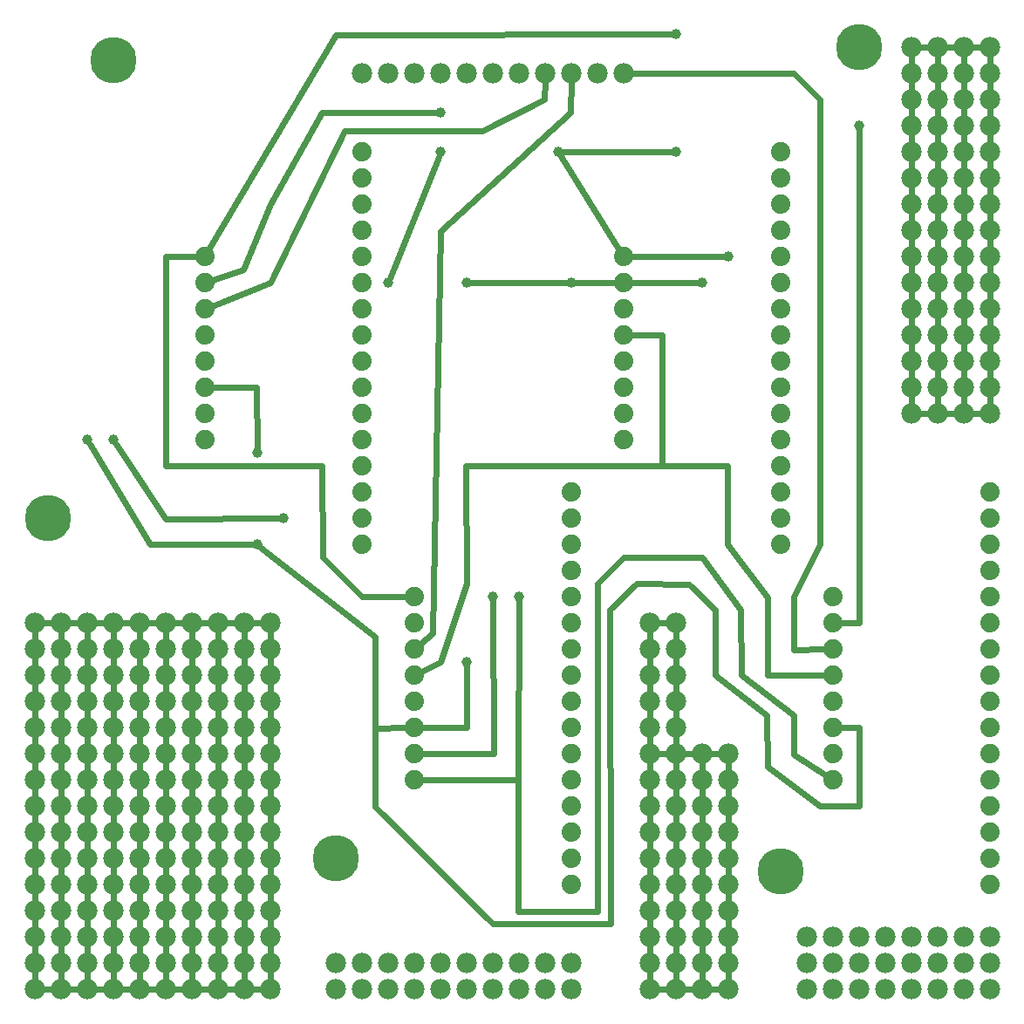
<source format=gbl>
G04 MADE WITH FRITZING*
G04 WWW.FRITZING.ORG*
G04 DOUBLE SIDED*
G04 HOLES PLATED*
G04 CONTOUR ON CENTER OF CONTOUR VECTOR*
%ASAXBY*%
%FSLAX23Y23*%
%MOIN*%
%OFA0B0*%
%SFA1.0B1.0*%
%ADD10C,0.078000*%
%ADD11C,0.074000*%
%ADD12C,0.039370*%
%ADD13C,0.177165*%
%ADD14C,0.024000*%
%LNCOPPER0*%
G90*
G70*
G54D10*
X1398Y3636D03*
X1498Y3636D03*
X1598Y3636D03*
X1698Y3636D03*
X1798Y3636D03*
X1898Y3636D03*
X1998Y3636D03*
X2098Y3636D03*
X2198Y3636D03*
X2298Y3636D03*
X2398Y3636D03*
G54D11*
X1398Y3336D03*
X1398Y3236D03*
X1398Y3136D03*
X1398Y3036D03*
X1398Y2936D03*
X1398Y2836D03*
X1398Y2736D03*
X1398Y2636D03*
X1398Y2536D03*
X1398Y2436D03*
X1398Y2336D03*
X1398Y2236D03*
X1398Y2136D03*
X1398Y2036D03*
X1398Y1936D03*
X1398Y1836D03*
X798Y2936D03*
X798Y2836D03*
X798Y2736D03*
X798Y2636D03*
X798Y2536D03*
X798Y2436D03*
X798Y2336D03*
X798Y2236D03*
X2198Y2036D03*
X2198Y1936D03*
X2198Y1836D03*
X2198Y1736D03*
X2198Y1636D03*
X2198Y1536D03*
X2198Y1436D03*
X2198Y1336D03*
X2198Y1236D03*
X2198Y1136D03*
X2198Y1036D03*
X2198Y936D03*
X2198Y836D03*
X2198Y736D03*
X2198Y636D03*
X2198Y536D03*
X1598Y1636D03*
X1598Y1536D03*
X1598Y1436D03*
X1598Y1336D03*
X1598Y1236D03*
X1598Y1136D03*
X1598Y1036D03*
X1598Y936D03*
X2998Y3336D03*
X2998Y3236D03*
X2998Y3136D03*
X2998Y3036D03*
X2998Y2936D03*
X2998Y2836D03*
X2998Y2736D03*
X2998Y2636D03*
X2998Y2536D03*
X2998Y2436D03*
X2998Y2336D03*
X2998Y2236D03*
X2998Y2136D03*
X2998Y2036D03*
X2998Y1936D03*
X2998Y1836D03*
X2398Y2936D03*
X2398Y2836D03*
X2398Y2736D03*
X2398Y2636D03*
X2398Y2536D03*
X2398Y2436D03*
X2398Y2336D03*
X2398Y2236D03*
X3798Y2036D03*
X3798Y1936D03*
X3798Y1836D03*
X3798Y1736D03*
X3798Y1636D03*
X3798Y1536D03*
X3798Y1436D03*
X3798Y1336D03*
X3798Y1236D03*
X3798Y1136D03*
X3798Y1036D03*
X3798Y936D03*
X3798Y836D03*
X3798Y736D03*
X3798Y636D03*
X3798Y536D03*
X3198Y1636D03*
X3198Y1536D03*
X3198Y1436D03*
X3198Y1336D03*
X3198Y1236D03*
X3198Y1136D03*
X3198Y1036D03*
X3198Y936D03*
G54D12*
X2198Y2836D03*
X1698Y3486D03*
X1698Y3336D03*
X1498Y2836D03*
X1798Y2836D03*
X3298Y3436D03*
X2698Y2836D03*
X2148Y3336D03*
X2598Y3786D03*
X2598Y3336D03*
X2798Y2936D03*
X1998Y1636D03*
X1098Y1936D03*
X448Y2236D03*
X1898Y1636D03*
X998Y2186D03*
X998Y1836D03*
X348Y2236D03*
X1798Y1386D03*
G54D10*
X148Y1536D03*
X148Y1436D03*
X148Y1336D03*
X148Y1236D03*
X148Y1136D03*
X148Y1036D03*
X148Y936D03*
X148Y836D03*
X148Y736D03*
X148Y636D03*
X148Y536D03*
X148Y436D03*
X148Y336D03*
X148Y236D03*
X148Y136D03*
X148Y1536D03*
X148Y1436D03*
X148Y1336D03*
X148Y1236D03*
X148Y1136D03*
X148Y1036D03*
X148Y936D03*
X148Y836D03*
X148Y736D03*
X148Y636D03*
X148Y536D03*
X148Y436D03*
X148Y336D03*
X148Y236D03*
X148Y136D03*
X248Y136D03*
X248Y236D03*
X248Y336D03*
X248Y436D03*
X248Y536D03*
X248Y636D03*
X248Y736D03*
X248Y836D03*
X248Y936D03*
X248Y1036D03*
X248Y1136D03*
X248Y1236D03*
X248Y1336D03*
X248Y1436D03*
X248Y1536D03*
X3498Y3736D03*
X3498Y3636D03*
X3498Y3536D03*
X3498Y3436D03*
X3498Y3336D03*
X3498Y3236D03*
X3498Y3136D03*
X3498Y3036D03*
X3498Y2936D03*
X3498Y2836D03*
X3498Y2736D03*
X3498Y2636D03*
X3498Y2536D03*
X3498Y2436D03*
X3498Y2336D03*
X3498Y3736D03*
X3498Y3636D03*
X3498Y3536D03*
X3498Y3436D03*
X3498Y3336D03*
X3498Y3236D03*
X3498Y3136D03*
X3498Y3036D03*
X3498Y2936D03*
X3498Y2836D03*
X3498Y2736D03*
X3498Y2636D03*
X3498Y2536D03*
X3498Y2436D03*
X3498Y2336D03*
X3598Y2336D03*
X3598Y2436D03*
X3598Y2536D03*
X3598Y2636D03*
X3598Y2736D03*
X3598Y2836D03*
X3598Y2936D03*
X3598Y3036D03*
X3598Y3136D03*
X3598Y3236D03*
X3598Y3336D03*
X3598Y3436D03*
X3598Y3536D03*
X3598Y3636D03*
X3598Y3736D03*
X3698Y3736D03*
X3698Y3636D03*
X3698Y3536D03*
X3698Y3436D03*
X3698Y3336D03*
X3698Y3236D03*
X3698Y3136D03*
X3698Y3036D03*
X3698Y2936D03*
X3698Y2836D03*
X3698Y2736D03*
X3698Y2636D03*
X3698Y2536D03*
X3698Y2436D03*
X3698Y2336D03*
X3698Y3736D03*
X3698Y3636D03*
X3698Y3536D03*
X3698Y3436D03*
X3698Y3336D03*
X3698Y3236D03*
X3698Y3136D03*
X3698Y3036D03*
X3698Y2936D03*
X3698Y2836D03*
X3698Y2736D03*
X3698Y2636D03*
X3698Y2536D03*
X3698Y2436D03*
X3698Y2336D03*
X3798Y2336D03*
X3798Y2436D03*
X3798Y2536D03*
X3798Y2636D03*
X3798Y2736D03*
X3798Y2836D03*
X3798Y2936D03*
X3798Y3036D03*
X3798Y3136D03*
X3798Y3236D03*
X3798Y3336D03*
X3798Y3436D03*
X3798Y3536D03*
X3798Y3636D03*
X3798Y3736D03*
X948Y1536D03*
X948Y1436D03*
X948Y1336D03*
X948Y1236D03*
X948Y1136D03*
X948Y1036D03*
X948Y936D03*
X948Y836D03*
X948Y736D03*
X948Y636D03*
X948Y536D03*
X948Y436D03*
X948Y336D03*
X948Y236D03*
X948Y136D03*
X948Y1536D03*
X948Y1436D03*
X948Y1336D03*
X948Y1236D03*
X948Y1136D03*
X948Y1036D03*
X948Y936D03*
X948Y836D03*
X948Y736D03*
X948Y636D03*
X948Y536D03*
X948Y436D03*
X948Y336D03*
X948Y236D03*
X948Y136D03*
X1048Y136D03*
X1048Y236D03*
X1048Y336D03*
X1048Y436D03*
X1048Y536D03*
X1048Y636D03*
X1048Y736D03*
X1048Y836D03*
X1048Y936D03*
X1048Y1036D03*
X1048Y1136D03*
X1048Y1236D03*
X1048Y1336D03*
X1048Y1436D03*
X1048Y1536D03*
X348Y1536D03*
X348Y1436D03*
X348Y1336D03*
X348Y1236D03*
X348Y1136D03*
X348Y1036D03*
X348Y936D03*
X348Y836D03*
X348Y736D03*
X348Y636D03*
X348Y536D03*
X348Y436D03*
X348Y336D03*
X348Y236D03*
X348Y136D03*
X348Y1536D03*
X348Y1436D03*
X348Y1336D03*
X348Y1236D03*
X348Y1136D03*
X348Y1036D03*
X348Y936D03*
X348Y836D03*
X348Y736D03*
X348Y636D03*
X348Y536D03*
X348Y436D03*
X348Y336D03*
X348Y236D03*
X348Y136D03*
X448Y136D03*
X448Y236D03*
X448Y336D03*
X448Y436D03*
X448Y536D03*
X448Y636D03*
X448Y736D03*
X448Y836D03*
X448Y936D03*
X448Y1036D03*
X448Y1136D03*
X448Y1236D03*
X448Y1336D03*
X448Y1436D03*
X448Y1536D03*
X748Y1536D03*
X748Y1436D03*
X748Y1336D03*
X748Y1236D03*
X748Y1136D03*
X748Y1036D03*
X748Y936D03*
X748Y836D03*
X748Y736D03*
X748Y636D03*
X748Y536D03*
X748Y436D03*
X748Y336D03*
X748Y236D03*
X748Y136D03*
X748Y1536D03*
X748Y1436D03*
X748Y1336D03*
X748Y1236D03*
X748Y1136D03*
X748Y1036D03*
X748Y936D03*
X748Y836D03*
X748Y736D03*
X748Y636D03*
X748Y536D03*
X748Y436D03*
X748Y336D03*
X748Y236D03*
X748Y136D03*
X848Y136D03*
X848Y236D03*
X848Y336D03*
X848Y436D03*
X848Y536D03*
X848Y636D03*
X848Y736D03*
X848Y836D03*
X848Y936D03*
X848Y1036D03*
X848Y1136D03*
X848Y1236D03*
X848Y1336D03*
X848Y1436D03*
X848Y1536D03*
X548Y1536D03*
X548Y1436D03*
X548Y1336D03*
X548Y1236D03*
X548Y1136D03*
X548Y1036D03*
X548Y936D03*
X548Y836D03*
X548Y736D03*
X548Y636D03*
X548Y536D03*
X548Y436D03*
X548Y336D03*
X548Y236D03*
X548Y136D03*
X548Y1536D03*
X548Y1436D03*
X548Y1336D03*
X548Y1236D03*
X548Y1136D03*
X548Y1036D03*
X548Y936D03*
X548Y836D03*
X548Y736D03*
X548Y636D03*
X548Y536D03*
X548Y436D03*
X548Y336D03*
X548Y236D03*
X548Y136D03*
X648Y136D03*
X648Y236D03*
X648Y336D03*
X648Y436D03*
X648Y536D03*
X648Y636D03*
X648Y736D03*
X648Y836D03*
X648Y936D03*
X648Y1036D03*
X648Y1136D03*
X648Y1236D03*
X648Y1336D03*
X648Y1436D03*
X648Y1536D03*
G54D13*
X1298Y636D03*
X448Y3686D03*
X3298Y3736D03*
X2998Y586D03*
X198Y1936D03*
G54D10*
X2498Y1536D03*
X2498Y1436D03*
X2498Y1336D03*
X2498Y1236D03*
X2498Y1136D03*
X2498Y1036D03*
X2498Y936D03*
X2498Y836D03*
X2498Y736D03*
X2498Y636D03*
X2498Y536D03*
X2498Y436D03*
X2498Y336D03*
X2498Y236D03*
X2498Y136D03*
X2498Y1536D03*
X2498Y1436D03*
X2498Y1336D03*
X2498Y1236D03*
X2498Y1136D03*
X2498Y1036D03*
X2498Y936D03*
X2498Y836D03*
X2498Y736D03*
X2498Y636D03*
X2498Y536D03*
X2498Y436D03*
X2498Y336D03*
X2498Y236D03*
X2498Y136D03*
X2598Y136D03*
X2598Y236D03*
X2598Y336D03*
X2598Y436D03*
X2598Y536D03*
X2598Y636D03*
X2598Y736D03*
X2598Y836D03*
X2598Y936D03*
X2598Y1036D03*
X2598Y1136D03*
X2598Y1236D03*
X2598Y1336D03*
X2598Y1436D03*
X2598Y1536D03*
X2698Y1036D03*
X2698Y936D03*
X2698Y836D03*
X2698Y736D03*
X2698Y636D03*
X2698Y536D03*
X2698Y436D03*
X2698Y336D03*
X2698Y236D03*
X2698Y136D03*
X2698Y1036D03*
X2698Y936D03*
X2698Y836D03*
X2698Y736D03*
X2698Y636D03*
X2698Y536D03*
X2698Y436D03*
X2698Y336D03*
X2698Y236D03*
X2698Y136D03*
X2798Y136D03*
X2798Y236D03*
X2798Y336D03*
X2798Y436D03*
X2798Y536D03*
X2798Y636D03*
X2798Y736D03*
X2798Y836D03*
X2798Y936D03*
X2798Y1036D03*
X1298Y136D03*
X1398Y136D03*
X1498Y136D03*
X1598Y136D03*
X1698Y136D03*
X1798Y136D03*
X1898Y136D03*
X1998Y136D03*
X2098Y136D03*
X2198Y136D03*
X1298Y136D03*
X1398Y136D03*
X1498Y136D03*
X1598Y136D03*
X1698Y136D03*
X1798Y136D03*
X1898Y136D03*
X1998Y136D03*
X2098Y136D03*
X2198Y136D03*
X2198Y236D03*
X2098Y236D03*
X1998Y236D03*
X1898Y236D03*
X1798Y236D03*
X1698Y236D03*
X1598Y236D03*
X1498Y236D03*
X1398Y236D03*
X1298Y236D03*
X3098Y236D03*
X3198Y236D03*
X3298Y236D03*
X3398Y236D03*
X3498Y236D03*
X3598Y236D03*
X3698Y236D03*
X3798Y236D03*
X3098Y236D03*
X3198Y236D03*
X3298Y236D03*
X3398Y236D03*
X3498Y236D03*
X3598Y236D03*
X3698Y236D03*
X3798Y236D03*
X3798Y136D03*
X3698Y136D03*
X3598Y136D03*
X3498Y136D03*
X3398Y136D03*
X3298Y136D03*
X3198Y136D03*
X3098Y136D03*
X3098Y236D03*
X3198Y236D03*
X3298Y236D03*
X3398Y236D03*
X3498Y236D03*
X3598Y236D03*
X3698Y236D03*
X3798Y236D03*
X3098Y236D03*
X3198Y236D03*
X3298Y236D03*
X3398Y236D03*
X3498Y236D03*
X3598Y236D03*
X3698Y236D03*
X3798Y236D03*
X3798Y136D03*
X3698Y136D03*
X3598Y136D03*
X3498Y136D03*
X3398Y136D03*
X3298Y136D03*
X3198Y136D03*
X3098Y136D03*
X3098Y336D03*
X3198Y336D03*
X3298Y336D03*
X3398Y336D03*
X3498Y336D03*
X3598Y336D03*
X3698Y336D03*
X3798Y336D03*
X3098Y336D03*
X3198Y336D03*
X3298Y336D03*
X3398Y336D03*
X3498Y336D03*
X3598Y336D03*
X3698Y336D03*
X3798Y336D03*
G54D14*
X2198Y3606D02*
X2196Y3487D01*
D02*
X2196Y3487D02*
X1698Y3035D01*
D02*
X1698Y3035D02*
X1668Y1497D01*
X1668Y1497D02*
X1622Y1457D01*
D02*
X2097Y3536D02*
X1860Y3417D01*
D02*
X2098Y3606D02*
X2097Y3536D01*
D02*
X1860Y3417D02*
X1332Y3417D01*
X1332Y3417D02*
X1048Y2836D01*
D02*
X1048Y2836D02*
X827Y2748D01*
D02*
X2428Y3636D02*
X3049Y3637D01*
D02*
X3049Y3637D02*
X3149Y3537D01*
D02*
X3149Y3537D02*
X3148Y1837D01*
D02*
X3050Y1638D02*
X3050Y1434D01*
D02*
X3148Y1837D02*
X3050Y1638D01*
D02*
X3050Y1434D02*
X3167Y1436D01*
D02*
X3167Y1336D02*
X2949Y1337D01*
D02*
X2950Y1635D02*
X2797Y1837D01*
D02*
X2797Y1837D02*
X2797Y2138D01*
D02*
X2949Y1337D02*
X2950Y1635D01*
D02*
X2797Y2138D02*
X2547Y2137D01*
D02*
X2547Y2137D02*
X2547Y2637D01*
D02*
X2547Y2637D02*
X2429Y2636D01*
D02*
X1799Y1686D02*
X1797Y2137D01*
D02*
X1626Y1350D02*
X1699Y1386D01*
D02*
X1699Y1386D02*
X1799Y1686D01*
D02*
X1797Y2137D02*
X2298Y2136D01*
D02*
X2298Y2136D02*
X2547Y2137D01*
D02*
X2217Y2836D02*
X2367Y2836D01*
D02*
X828Y2846D02*
X947Y2886D01*
D02*
X947Y2886D02*
X1048Y3136D01*
D02*
X1048Y3136D02*
X1247Y3487D01*
D02*
X1247Y3487D02*
X1679Y3486D01*
D02*
X1691Y3318D02*
X1505Y2854D01*
D02*
X1817Y2836D02*
X2179Y2836D01*
D02*
X3229Y1536D02*
X3300Y1536D01*
D02*
X3300Y1536D02*
X3298Y3417D01*
D02*
X2679Y2836D02*
X2429Y2836D01*
D02*
X2382Y2962D02*
X2158Y3320D01*
D02*
X814Y2963D02*
X1298Y3784D01*
D02*
X1298Y3784D02*
X2579Y3786D01*
D02*
X2579Y3336D02*
X2167Y3336D01*
D02*
X1398Y1636D02*
X1248Y1786D01*
D02*
X1567Y1636D02*
X1398Y1636D01*
D02*
X1248Y1786D02*
X1247Y2137D01*
D02*
X1247Y2137D02*
X650Y2137D01*
D02*
X650Y2137D02*
X650Y2937D01*
D02*
X650Y2937D02*
X767Y2936D01*
D02*
X2779Y2936D02*
X2429Y2936D01*
D02*
X1998Y1617D02*
X1995Y938D01*
D02*
X1995Y938D02*
X1629Y936D01*
D02*
X2699Y1788D02*
X2398Y1786D01*
D02*
X2299Y1687D02*
X2298Y434D01*
D02*
X2398Y1786D02*
X2299Y1687D01*
D02*
X2846Y1586D02*
X2699Y1788D01*
D02*
X2849Y1336D02*
X2846Y1586D01*
D02*
X3049Y1035D02*
X3049Y1184D01*
D02*
X3172Y953D02*
X3049Y1035D01*
D02*
X3049Y1184D02*
X2849Y1336D01*
D02*
X2298Y434D02*
X1995Y434D01*
D02*
X1995Y434D02*
X1995Y938D01*
D02*
X1079Y1936D02*
X650Y1934D01*
D02*
X650Y1934D02*
X459Y2220D01*
D02*
X1898Y1617D02*
X1901Y1038D01*
D02*
X1901Y1038D02*
X1629Y1036D01*
D02*
X829Y2436D02*
X997Y2438D01*
D02*
X997Y2438D02*
X998Y2205D01*
D02*
X979Y1836D02*
X588Y1836D01*
D02*
X588Y1836D02*
X358Y2220D01*
D02*
X1798Y1367D02*
X1799Y1137D01*
D02*
X3229Y1137D02*
X3300Y1138D01*
D02*
X3300Y1138D02*
X3300Y838D01*
D02*
X2650Y1684D02*
X2449Y1687D01*
D02*
X2449Y1687D02*
X2347Y1587D01*
D02*
X2347Y1587D02*
X2349Y386D01*
D02*
X3148Y836D02*
X2948Y986D01*
D02*
X2748Y1586D02*
X2650Y1684D01*
D02*
X2349Y386D02*
X1898Y386D01*
D02*
X3300Y838D02*
X3148Y836D01*
D02*
X1898Y386D02*
X1450Y835D01*
D02*
X2750Y1336D02*
X2748Y1586D01*
D02*
X2948Y986D02*
X2947Y1184D01*
D02*
X2947Y1184D02*
X2750Y1336D01*
D02*
X1450Y835D02*
X1448Y1135D01*
D02*
X1448Y1135D02*
X1567Y1136D01*
D02*
X1629Y1136D02*
X1799Y1137D01*
D02*
X1448Y1135D02*
X1449Y1485D01*
D02*
X1449Y1485D02*
X1013Y1824D01*
D02*
X148Y1466D02*
X148Y1506D01*
D02*
X148Y1366D02*
X148Y1406D01*
D02*
X148Y1266D02*
X148Y1306D01*
D02*
X148Y1166D02*
X148Y1206D01*
D02*
X148Y1066D02*
X148Y1106D01*
D02*
X148Y966D02*
X148Y1006D01*
D02*
X148Y866D02*
X148Y906D01*
D02*
X148Y766D02*
X148Y806D01*
D02*
X148Y666D02*
X148Y706D01*
D02*
X148Y566D02*
X148Y606D01*
D02*
X148Y466D02*
X148Y506D01*
D02*
X148Y366D02*
X148Y406D01*
D02*
X148Y266D02*
X148Y306D01*
D02*
X148Y166D02*
X148Y206D01*
D02*
X248Y1466D02*
X248Y1506D01*
D02*
X248Y1366D02*
X248Y1406D01*
D02*
X248Y1266D02*
X248Y1306D01*
D02*
X248Y1166D02*
X248Y1206D01*
D02*
X248Y1066D02*
X248Y1106D01*
D02*
X248Y966D02*
X248Y1006D01*
D02*
X248Y866D02*
X248Y906D01*
D02*
X248Y766D02*
X248Y806D01*
D02*
X248Y666D02*
X248Y706D01*
D02*
X248Y566D02*
X248Y606D01*
D02*
X248Y466D02*
X248Y506D01*
D02*
X248Y366D02*
X248Y406D01*
D02*
X248Y266D02*
X248Y306D01*
D02*
X248Y166D02*
X248Y206D01*
D02*
X348Y1466D02*
X348Y1506D01*
D02*
X348Y1366D02*
X348Y1406D01*
D02*
X348Y1266D02*
X348Y1306D01*
D02*
X348Y1166D02*
X348Y1206D01*
D02*
X348Y1066D02*
X348Y1106D01*
D02*
X348Y966D02*
X348Y1006D01*
D02*
X348Y866D02*
X348Y906D01*
D02*
X348Y766D02*
X348Y806D01*
D02*
X348Y666D02*
X348Y706D01*
D02*
X348Y566D02*
X348Y606D01*
D02*
X348Y466D02*
X348Y506D01*
D02*
X348Y366D02*
X348Y406D01*
D02*
X348Y266D02*
X348Y306D01*
D02*
X348Y166D02*
X348Y206D01*
D02*
X448Y1466D02*
X448Y1506D01*
D02*
X448Y1366D02*
X448Y1406D01*
D02*
X448Y1266D02*
X448Y1306D01*
D02*
X448Y1166D02*
X448Y1206D01*
D02*
X448Y1066D02*
X448Y1106D01*
D02*
X448Y966D02*
X448Y1006D01*
D02*
X448Y866D02*
X448Y906D01*
D02*
X448Y766D02*
X448Y806D01*
D02*
X448Y666D02*
X448Y706D01*
D02*
X448Y566D02*
X448Y606D01*
D02*
X448Y466D02*
X448Y506D01*
D02*
X448Y366D02*
X448Y406D01*
D02*
X448Y266D02*
X448Y306D01*
D02*
X448Y166D02*
X448Y206D01*
D02*
X548Y1466D02*
X548Y1506D01*
D02*
X548Y1366D02*
X548Y1406D01*
D02*
X548Y1266D02*
X548Y1306D01*
D02*
X548Y1166D02*
X548Y1206D01*
D02*
X548Y1066D02*
X548Y1106D01*
D02*
X548Y966D02*
X548Y1006D01*
D02*
X548Y866D02*
X548Y906D01*
D02*
X548Y766D02*
X548Y806D01*
D02*
X548Y666D02*
X548Y706D01*
D02*
X548Y566D02*
X548Y606D01*
D02*
X548Y466D02*
X548Y506D01*
D02*
X548Y366D02*
X548Y406D01*
D02*
X548Y266D02*
X548Y306D01*
D02*
X548Y166D02*
X548Y206D01*
D02*
X648Y1466D02*
X648Y1506D01*
D02*
X648Y1366D02*
X648Y1406D01*
D02*
X648Y1266D02*
X648Y1306D01*
D02*
X648Y1166D02*
X648Y1206D01*
D02*
X648Y1066D02*
X648Y1106D01*
D02*
X648Y966D02*
X648Y1006D01*
D02*
X648Y866D02*
X648Y906D01*
D02*
X648Y766D02*
X648Y806D01*
D02*
X648Y666D02*
X648Y706D01*
D02*
X648Y566D02*
X648Y606D01*
D02*
X648Y466D02*
X648Y506D01*
D02*
X648Y366D02*
X648Y406D01*
D02*
X648Y266D02*
X648Y306D01*
D02*
X648Y166D02*
X648Y206D01*
D02*
X748Y1466D02*
X748Y1506D01*
D02*
X748Y1366D02*
X748Y1406D01*
D02*
X748Y1266D02*
X748Y1306D01*
D02*
X748Y1166D02*
X748Y1206D01*
D02*
X748Y1066D02*
X748Y1106D01*
D02*
X748Y966D02*
X748Y1006D01*
D02*
X748Y866D02*
X748Y906D01*
D02*
X748Y766D02*
X748Y806D01*
D02*
X748Y666D02*
X748Y706D01*
D02*
X748Y566D02*
X748Y606D01*
D02*
X748Y466D02*
X748Y506D01*
D02*
X748Y366D02*
X748Y406D01*
D02*
X748Y266D02*
X748Y306D01*
D02*
X748Y166D02*
X748Y206D01*
D02*
X848Y1466D02*
X848Y1506D01*
D02*
X848Y1366D02*
X848Y1406D01*
D02*
X848Y1266D02*
X848Y1306D01*
D02*
X848Y1166D02*
X848Y1206D01*
D02*
X848Y1066D02*
X848Y1106D01*
D02*
X848Y966D02*
X848Y1006D01*
D02*
X848Y866D02*
X848Y906D01*
D02*
X848Y766D02*
X848Y806D01*
D02*
X848Y666D02*
X848Y706D01*
D02*
X848Y566D02*
X848Y606D01*
D02*
X848Y466D02*
X848Y506D01*
D02*
X848Y366D02*
X848Y406D01*
D02*
X848Y266D02*
X848Y306D01*
D02*
X848Y166D02*
X848Y206D01*
D02*
X948Y1466D02*
X948Y1506D01*
D02*
X948Y1366D02*
X948Y1406D01*
D02*
X948Y1266D02*
X948Y1306D01*
D02*
X948Y1166D02*
X948Y1206D01*
D02*
X948Y1066D02*
X948Y1106D01*
D02*
X948Y966D02*
X948Y1006D01*
D02*
X948Y866D02*
X948Y906D01*
D02*
X948Y766D02*
X948Y806D01*
D02*
X948Y666D02*
X948Y706D01*
D02*
X948Y566D02*
X948Y606D01*
D02*
X948Y466D02*
X948Y506D01*
D02*
X948Y366D02*
X948Y406D01*
D02*
X948Y266D02*
X948Y306D01*
D02*
X948Y166D02*
X948Y206D01*
D02*
X1048Y1466D02*
X1048Y1506D01*
D02*
X1048Y1366D02*
X1048Y1406D01*
D02*
X1048Y1266D02*
X1048Y1306D01*
D02*
X1048Y1166D02*
X1048Y1206D01*
D02*
X1048Y1066D02*
X1048Y1106D01*
D02*
X1048Y966D02*
X1048Y1006D01*
D02*
X1048Y866D02*
X1048Y906D01*
D02*
X1048Y766D02*
X1048Y806D01*
D02*
X1048Y666D02*
X1048Y706D01*
D02*
X1048Y566D02*
X1048Y606D01*
D02*
X1048Y466D02*
X1048Y506D01*
D02*
X1048Y366D02*
X1048Y406D01*
D02*
X1048Y266D02*
X1048Y306D01*
D02*
X1048Y166D02*
X1048Y206D01*
D02*
X978Y1536D02*
X1018Y1536D01*
D02*
X878Y1536D02*
X918Y1536D01*
D02*
X778Y1536D02*
X818Y1536D01*
D02*
X678Y1536D02*
X718Y1536D01*
D02*
X578Y1536D02*
X618Y1536D01*
D02*
X478Y1536D02*
X518Y1536D01*
D02*
X378Y1536D02*
X418Y1536D01*
D02*
X278Y1536D02*
X318Y1536D01*
D02*
X178Y1536D02*
X218Y1536D01*
D02*
X978Y136D02*
X1018Y136D01*
D02*
X878Y136D02*
X918Y136D01*
D02*
X778Y136D02*
X818Y136D01*
D02*
X678Y136D02*
X718Y136D01*
D02*
X578Y136D02*
X618Y136D01*
D02*
X478Y136D02*
X518Y136D01*
D02*
X378Y136D02*
X418Y136D01*
D02*
X278Y136D02*
X318Y136D01*
D02*
X178Y136D02*
X218Y136D01*
D02*
X2498Y1466D02*
X2498Y1506D01*
D02*
X2498Y1366D02*
X2498Y1406D01*
D02*
X2498Y1266D02*
X2498Y1306D01*
D02*
X2498Y1166D02*
X2498Y1206D01*
D02*
X2498Y1066D02*
X2498Y1106D01*
D02*
X2498Y966D02*
X2498Y1006D01*
D02*
X2498Y866D02*
X2498Y906D01*
D02*
X2498Y766D02*
X2498Y806D01*
D02*
X2498Y666D02*
X2498Y706D01*
D02*
X2498Y566D02*
X2498Y606D01*
D02*
X2498Y466D02*
X2498Y506D01*
D02*
X2498Y366D02*
X2498Y406D01*
D02*
X2498Y266D02*
X2498Y306D01*
D02*
X2498Y166D02*
X2498Y206D01*
D02*
X2528Y1536D02*
X2568Y1536D01*
D02*
X2598Y1466D02*
X2598Y1506D01*
D02*
X2598Y1366D02*
X2598Y1406D01*
D02*
X2598Y1266D02*
X2598Y1306D01*
D02*
X2598Y1166D02*
X2598Y1206D01*
D02*
X2598Y1066D02*
X2598Y1106D01*
D02*
X2528Y1036D02*
X2568Y1036D01*
D02*
X2668Y1036D02*
X2628Y1036D01*
D02*
X2728Y1036D02*
X2768Y1036D01*
D02*
X2598Y966D02*
X2598Y1006D01*
D02*
X2598Y866D02*
X2598Y906D01*
D02*
X2598Y766D02*
X2598Y806D01*
D02*
X2598Y666D02*
X2598Y706D01*
D02*
X2598Y566D02*
X2598Y606D01*
D02*
X2598Y466D02*
X2598Y506D01*
D02*
X2598Y366D02*
X2598Y406D01*
D02*
X2598Y266D02*
X2598Y306D01*
D02*
X2598Y166D02*
X2598Y206D01*
D02*
X2698Y966D02*
X2698Y1006D01*
D02*
X2698Y866D02*
X2698Y906D01*
D02*
X2698Y766D02*
X2698Y806D01*
D02*
X2698Y666D02*
X2698Y706D01*
D02*
X2698Y566D02*
X2698Y606D01*
D02*
X2698Y466D02*
X2698Y506D01*
D02*
X2698Y366D02*
X2698Y406D01*
D02*
X2698Y266D02*
X2698Y306D01*
D02*
X2698Y166D02*
X2698Y206D01*
D02*
X2798Y966D02*
X2798Y1006D01*
D02*
X2798Y866D02*
X2798Y906D01*
D02*
X2798Y766D02*
X2798Y806D01*
D02*
X2798Y666D02*
X2798Y706D01*
D02*
X2798Y566D02*
X2798Y606D01*
D02*
X2798Y466D02*
X2798Y506D01*
D02*
X2798Y366D02*
X2798Y406D01*
D02*
X2798Y266D02*
X2798Y306D01*
D02*
X2798Y166D02*
X2798Y206D01*
D02*
X2728Y136D02*
X2768Y136D01*
D02*
X2628Y136D02*
X2668Y136D01*
D02*
X2528Y136D02*
X2568Y136D01*
D02*
X3798Y3666D02*
X3798Y3706D01*
D02*
X3798Y3566D02*
X3798Y3606D01*
D02*
X3798Y3466D02*
X3798Y3506D01*
D02*
X3798Y3366D02*
X3798Y3406D01*
D02*
X3798Y3266D02*
X3798Y3306D01*
D02*
X3798Y3166D02*
X3798Y3206D01*
D02*
X3798Y3066D02*
X3798Y3106D01*
D02*
X3798Y2966D02*
X3798Y3006D01*
D02*
X3798Y2866D02*
X3798Y2906D01*
D02*
X3798Y2766D02*
X3798Y2806D01*
D02*
X3798Y2666D02*
X3798Y2706D01*
D02*
X3798Y2566D02*
X3798Y2606D01*
D02*
X3798Y2466D02*
X3798Y2506D01*
D02*
X3798Y2366D02*
X3798Y2406D01*
D02*
X3728Y3736D02*
X3768Y3736D01*
D02*
X3698Y3666D02*
X3698Y3706D01*
D02*
X3698Y3566D02*
X3698Y3606D01*
D02*
X3628Y3736D02*
X3668Y3736D01*
D02*
X3528Y3736D02*
X3568Y3736D01*
D02*
X3728Y2336D02*
X3768Y2336D01*
D02*
X3628Y2336D02*
X3668Y2336D01*
D02*
X3528Y2336D02*
X3568Y2336D01*
D02*
X3698Y3466D02*
X3698Y3506D01*
D02*
X3698Y3366D02*
X3698Y3406D01*
D02*
X3698Y3266D02*
X3698Y3306D01*
D02*
X3698Y3166D02*
X3698Y3206D01*
D02*
X3698Y3066D02*
X3698Y3106D01*
D02*
X3698Y2966D02*
X3698Y3006D01*
D02*
X3698Y2866D02*
X3698Y2906D01*
D02*
X3698Y2766D02*
X3698Y2806D01*
D02*
X3698Y2666D02*
X3698Y2706D01*
D02*
X3698Y2566D02*
X3698Y2606D01*
D02*
X3698Y2466D02*
X3698Y2506D01*
D02*
X3698Y2366D02*
X3698Y2406D01*
D02*
X3598Y3666D02*
X3598Y3706D01*
D02*
X3598Y3566D02*
X3598Y3606D01*
D02*
X3598Y3466D02*
X3598Y3506D01*
D02*
X3598Y3366D02*
X3598Y3406D01*
D02*
X3598Y3266D02*
X3598Y3306D01*
D02*
X3598Y3166D02*
X3598Y3206D01*
D02*
X3598Y3066D02*
X3598Y3106D01*
D02*
X3598Y2966D02*
X3598Y3006D01*
D02*
X3598Y2866D02*
X3598Y2906D01*
D02*
X3598Y2766D02*
X3598Y2806D01*
D02*
X3598Y2666D02*
X3598Y2706D01*
D02*
X3598Y2566D02*
X3598Y2606D01*
D02*
X3598Y2466D02*
X3598Y2506D01*
D02*
X3598Y2366D02*
X3598Y2406D01*
D02*
X3498Y3666D02*
X3498Y3706D01*
D02*
X3498Y3566D02*
X3498Y3606D01*
D02*
X3498Y3466D02*
X3498Y3506D01*
D02*
X3498Y3366D02*
X3498Y3406D01*
D02*
X3498Y3266D02*
X3498Y3306D01*
D02*
X3498Y3166D02*
X3498Y3206D01*
D02*
X3498Y3066D02*
X3498Y3106D01*
D02*
X3498Y2966D02*
X3498Y3006D01*
D02*
X3498Y2866D02*
X3498Y2906D01*
D02*
X3498Y2766D02*
X3498Y2806D01*
D02*
X3498Y2666D02*
X3498Y2706D01*
D02*
X3498Y2566D02*
X3498Y2606D01*
D02*
X3498Y2466D02*
X3498Y2506D01*
D02*
X3498Y2366D02*
X3498Y2406D01*
G04 End of Copper0*
M02*
</source>
